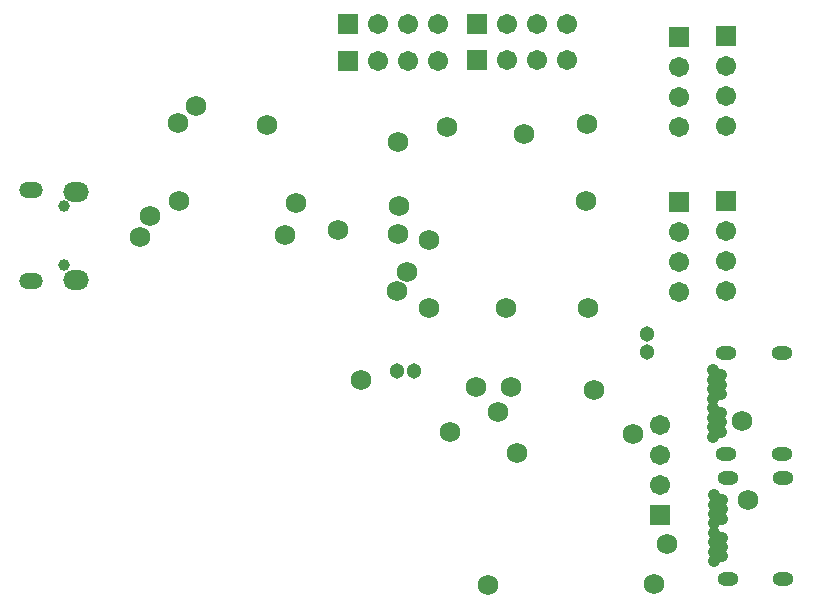
<source format=gbs>
G04 Layer_Color=16711935*
%FSLAX24Y24*%
%MOIN*%
G70*
G01*
G75*
%ADD77C,0.0680*%
%ADD78C,0.0671*%
%ADD79R,0.0671X0.0671*%
%ADD80C,0.0513*%
%ADD81O,0.0867X0.0651*%
%ADD82O,0.0789X0.0533*%
%ADD83C,0.0395*%
%ADD84R,0.0671X0.0671*%
%ADD85O,0.0710X0.0474*%
%ADD86C,0.0413*%
D77*
X34449Y18504D02*
D03*
X28898Y18465D02*
D03*
X18622Y31260D02*
D03*
X33740Y23504D02*
D03*
X34882Y19843D02*
D03*
X37559Y21299D02*
D03*
X37362Y23937D02*
D03*
X26220Y28898D02*
D03*
X18563Y33878D02*
D03*
X26929Y29961D02*
D03*
X19173Y34449D02*
D03*
X21535Y33819D02*
D03*
X22520Y31220D02*
D03*
X25942Y31092D02*
D03*
X26950Y27700D02*
D03*
X29500D02*
D03*
X32250D02*
D03*
X32161Y31289D02*
D03*
X32200Y33850D02*
D03*
X30100Y33500D02*
D03*
X27550Y33750D02*
D03*
X25900Y33250D02*
D03*
X25866Y28268D02*
D03*
X24685Y25315D02*
D03*
X27638Y23583D02*
D03*
X29252Y24252D02*
D03*
X28504Y25079D02*
D03*
X29685D02*
D03*
X29882Y22874D02*
D03*
X32441Y24961D02*
D03*
X22126Y30140D02*
D03*
X23898Y30315D02*
D03*
X17323Y30079D02*
D03*
X17638Y30787D02*
D03*
X25910Y30160D02*
D03*
D78*
X34646Y23795D02*
D03*
Y22795D02*
D03*
Y21795D02*
D03*
X35276Y33748D02*
D03*
Y34748D02*
D03*
Y35748D02*
D03*
Y28252D02*
D03*
Y29252D02*
D03*
Y30252D02*
D03*
X31551Y37165D02*
D03*
X30551D02*
D03*
X29551D02*
D03*
X27244D02*
D03*
X26244D02*
D03*
X25244D02*
D03*
X36850Y33780D02*
D03*
Y34780D02*
D03*
Y35780D02*
D03*
Y28276D02*
D03*
Y29276D02*
D03*
Y30276D02*
D03*
X27244Y35945D02*
D03*
X26244D02*
D03*
X25244D02*
D03*
X31535Y35984D02*
D03*
X30535D02*
D03*
X29535D02*
D03*
D79*
X34646Y20795D02*
D03*
X35276Y36748D02*
D03*
Y31252D02*
D03*
X36850Y36780D02*
D03*
Y31276D02*
D03*
D80*
X26450Y25600D02*
D03*
X25859D02*
D03*
X34200Y26845D02*
D03*
Y26255D02*
D03*
D81*
X15177Y31585D02*
D03*
Y28652D02*
D03*
D82*
X13681Y31644D02*
D03*
Y28593D02*
D03*
D83*
X14764Y31102D02*
D03*
Y29134D02*
D03*
D84*
X28551Y37165D02*
D03*
X24244D02*
D03*
Y35945D02*
D03*
X28535Y35984D02*
D03*
D85*
X38719Y22844D02*
D03*
Y26206D02*
D03*
X36857Y22844D02*
D03*
X38754Y18689D02*
D03*
Y22051D02*
D03*
X36892Y18689D02*
D03*
Y22051D02*
D03*
X36857Y26206D02*
D03*
D86*
X36680Y25470D02*
D03*
Y23580D02*
D03*
Y25155D02*
D03*
Y23895D02*
D03*
Y24840D02*
D03*
Y24210D02*
D03*
X36404Y25627D02*
D03*
Y23423D02*
D03*
Y25313D02*
D03*
Y23738D02*
D03*
Y24998D02*
D03*
Y24053D02*
D03*
Y24683D02*
D03*
Y24368D02*
D03*
X36715Y21315D02*
D03*
Y19425D02*
D03*
Y21000D02*
D03*
Y19740D02*
D03*
Y20685D02*
D03*
Y20055D02*
D03*
X36439Y21472D02*
D03*
Y19268D02*
D03*
Y21157D02*
D03*
Y19583D02*
D03*
Y20842D02*
D03*
Y19898D02*
D03*
Y20527D02*
D03*
Y20213D02*
D03*
M02*

</source>
